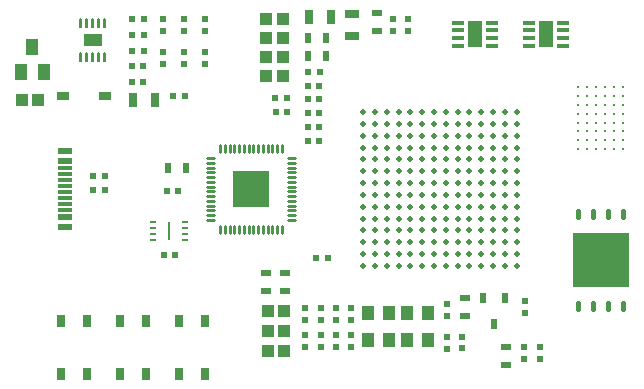
<source format=gbr>
G04 EAGLE Gerber RS-274X export*
G75*
%MOMM*%
%FSLAX34Y34*%
%LPD*%
%INSolderpaste Top*%
%IPPOS*%
%AMOC8*
5,1,8,0,0,1.08239X$1,22.5*%
G01*
%ADD10R,1.000000X1.400000*%
%ADD11R,0.600000X0.600000*%
%ADD12R,1.045600X0.739100*%
%ADD13R,1.501288X1.000859*%
%ADD14C,0.182000*%
%ADD15C,0.300000*%
%ADD16R,1.029100X0.999100*%
%ADD17R,0.750000X1.000000*%
%ADD18R,0.911800X0.610700*%
%ADD19R,0.558800X0.889000*%
%ADD20R,1.100000X1.300000*%
%ADD21C,0.217600*%
%ADD22R,3.100000X3.100000*%
%ADD23R,0.610700X0.911800*%
%ADD24C,0.500000*%
%ADD25R,0.500000X0.250000*%
%ADD26R,0.200000X1.600000*%
%ADD27R,0.700000X1.300000*%
%ADD28R,0.990000X0.405000*%
%ADD29R,1.185000X2.235000*%
%ADD30C,0.420000*%
%ADD31R,4.800000X4.650000*%
%ADD32R,1.300000X0.700000*%
%ADD33R,1.150000X0.600000*%
%ADD34R,1.150000X0.300000*%


D10*
X35000Y290635D03*
X44500Y268635D03*
X25500Y268635D03*
D11*
X119000Y273889D03*
X129000Y273889D03*
X119000Y261000D03*
X129000Y261000D03*
D12*
X60877Y249000D03*
X96123Y249000D03*
D13*
X86006Y295996D03*
D14*
X76390Y278360D02*
X75610Y278360D01*
X75610Y284940D01*
X76390Y284940D01*
X76390Y278360D01*
X76390Y280089D02*
X75610Y280089D01*
X75610Y281818D02*
X76390Y281818D01*
X76390Y283547D02*
X75610Y283547D01*
X80610Y278360D02*
X81390Y278360D01*
X80610Y278360D02*
X80610Y284940D01*
X81390Y284940D01*
X81390Y278360D01*
X81390Y280089D02*
X80610Y280089D01*
X80610Y281818D02*
X81390Y281818D01*
X81390Y283547D02*
X80610Y283547D01*
X85610Y278360D02*
X86390Y278360D01*
X85610Y278360D02*
X85610Y284940D01*
X86390Y284940D01*
X86390Y278360D01*
X86390Y280089D02*
X85610Y280089D01*
X85610Y281818D02*
X86390Y281818D01*
X86390Y283547D02*
X85610Y283547D01*
X90610Y278360D02*
X91390Y278360D01*
X90610Y278360D02*
X90610Y284940D01*
X91390Y284940D01*
X91390Y278360D01*
X91390Y280089D02*
X90610Y280089D01*
X90610Y281818D02*
X91390Y281818D01*
X91390Y283547D02*
X90610Y283547D01*
X95610Y278360D02*
X96390Y278360D01*
X95610Y278360D02*
X95610Y284940D01*
X96390Y284940D01*
X96390Y278360D01*
X96390Y280089D02*
X95610Y280089D01*
X95610Y281818D02*
X96390Y281818D01*
X96390Y283547D02*
X95610Y283547D01*
X95610Y307060D02*
X96390Y307060D01*
X95610Y307060D02*
X95610Y313640D01*
X96390Y313640D01*
X96390Y307060D01*
X96390Y308789D02*
X95610Y308789D01*
X95610Y310518D02*
X96390Y310518D01*
X96390Y312247D02*
X95610Y312247D01*
X91390Y307060D02*
X90610Y307060D01*
X90610Y313640D01*
X91390Y313640D01*
X91390Y307060D01*
X91390Y308789D02*
X90610Y308789D01*
X90610Y310518D02*
X91390Y310518D01*
X91390Y312247D02*
X90610Y312247D01*
X86390Y307060D02*
X85610Y307060D01*
X85610Y313640D01*
X86390Y313640D01*
X86390Y307060D01*
X86390Y308789D02*
X85610Y308789D01*
X85610Y310518D02*
X86390Y310518D01*
X86390Y312247D02*
X85610Y312247D01*
X81390Y307060D02*
X80610Y307060D01*
X80610Y313640D01*
X81390Y313640D01*
X81390Y307060D01*
X81390Y308789D02*
X80610Y308789D01*
X80610Y310518D02*
X81390Y310518D01*
X81390Y312247D02*
X80610Y312247D01*
X76390Y307060D02*
X75610Y307060D01*
X75610Y313640D01*
X76390Y313640D01*
X76390Y307060D01*
X76390Y308789D02*
X75610Y308789D01*
X75610Y310518D02*
X76390Y310518D01*
X76390Y312247D02*
X75610Y312247D01*
D11*
X119230Y314000D03*
X129230Y314000D03*
X129115Y300500D03*
X119115Y300500D03*
X119230Y287000D03*
X129230Y287000D03*
D15*
X534750Y203750D03*
X527250Y203750D03*
X519750Y203750D03*
X512250Y203750D03*
X504750Y203750D03*
X497250Y203750D03*
X534750Y211250D03*
X527250Y211250D03*
X519750Y211250D03*
X512250Y211250D03*
X504750Y211250D03*
X497250Y211250D03*
X534750Y218750D03*
X527250Y218750D03*
X519750Y218750D03*
X512250Y218750D03*
X504750Y218750D03*
X497250Y218750D03*
X534750Y226250D03*
X527250Y226250D03*
X519750Y226250D03*
X512250Y226250D03*
X504750Y226250D03*
X497250Y226250D03*
X534750Y233750D03*
X527250Y233750D03*
X519750Y233750D03*
X512250Y233750D03*
X504750Y233750D03*
X497250Y233750D03*
X534750Y241250D03*
X527250Y241250D03*
X519750Y241250D03*
X512250Y241250D03*
X504750Y241250D03*
X497250Y241250D03*
X534750Y248750D03*
X527250Y248750D03*
X519750Y248750D03*
X512250Y248750D03*
X504750Y248750D03*
X497250Y248750D03*
X534750Y256250D03*
X527250Y256250D03*
X519750Y256250D03*
X512250Y256250D03*
X504750Y256250D03*
X497250Y256250D03*
D16*
X248000Y33000D03*
X234000Y33000D03*
X247000Y282000D03*
X233000Y282000D03*
X247000Y314000D03*
X233000Y314000D03*
X247000Y266000D03*
X233000Y266000D03*
X26000Y245000D03*
X40000Y245000D03*
X248000Y67000D03*
X234000Y67000D03*
X248000Y50000D03*
X234000Y50000D03*
X247000Y298000D03*
X233000Y298000D03*
D17*
X130750Y58500D03*
X109250Y58500D03*
X130750Y13500D03*
X109250Y13500D03*
D18*
X436300Y21079D03*
X436300Y36091D03*
D11*
X464300Y26200D03*
X464300Y36200D03*
X450993Y26200D03*
X450993Y36200D03*
D19*
X434898Y77422D03*
X416102Y77422D03*
X425500Y55578D03*
D11*
X452000Y65000D03*
X452000Y75000D03*
D18*
X401000Y62494D03*
X401000Y77506D03*
D11*
X385920Y62885D03*
X385920Y72885D03*
X399000Y35000D03*
X399000Y45000D03*
X385643Y34885D03*
X385643Y44885D03*
D20*
X352000Y42300D03*
X370000Y42300D03*
X352000Y65300D03*
X370000Y65300D03*
X319000Y42300D03*
X337000Y42300D03*
X319000Y65300D03*
X337000Y65300D03*
D11*
X181200Y304000D03*
X181200Y314000D03*
X181200Y276000D03*
X181200Y286000D03*
X163200Y304000D03*
X163200Y314000D03*
X163200Y276000D03*
X163200Y286000D03*
X145200Y304000D03*
X145200Y314000D03*
X145200Y276000D03*
X145200Y286000D03*
D21*
X194000Y138785D02*
X194000Y132381D01*
X198000Y132381D02*
X198000Y138785D01*
X202000Y138785D02*
X202000Y132381D01*
X206000Y132381D02*
X206000Y138785D01*
X210000Y138785D02*
X210000Y132381D01*
X214000Y132381D02*
X214000Y138785D01*
X218000Y138785D02*
X218000Y132381D01*
X222000Y132381D02*
X222000Y138785D01*
X226000Y138785D02*
X226000Y132381D01*
X230000Y132381D02*
X230000Y138785D01*
X234000Y138785D02*
X234000Y132381D01*
X238000Y132381D02*
X238000Y138785D01*
X242000Y138785D02*
X242000Y132381D01*
X246000Y132381D02*
X246000Y138785D01*
X251215Y144000D02*
X257619Y144000D01*
X257619Y148000D02*
X251215Y148000D01*
X251215Y152000D02*
X257619Y152000D01*
X257619Y156000D02*
X251215Y156000D01*
X251215Y160000D02*
X257619Y160000D01*
X257619Y164000D02*
X251215Y164000D01*
X251215Y168000D02*
X257619Y168000D01*
X257619Y172000D02*
X251215Y172000D01*
X251215Y176000D02*
X257619Y176000D01*
X257619Y180000D02*
X251215Y180000D01*
X251215Y184000D02*
X257619Y184000D01*
X257619Y188000D02*
X251215Y188000D01*
X251215Y192000D02*
X257619Y192000D01*
X257619Y196000D02*
X251215Y196000D01*
X246000Y201215D02*
X246000Y207619D01*
X242000Y207619D02*
X242000Y201215D01*
X238000Y201215D02*
X238000Y207619D01*
X234000Y207619D02*
X234000Y201215D01*
X230000Y201215D02*
X230000Y207619D01*
X226000Y207619D02*
X226000Y201215D01*
X222000Y201215D02*
X222000Y207619D01*
X218000Y207619D02*
X218000Y201215D01*
X214000Y201215D02*
X214000Y207619D01*
X210000Y207619D02*
X210000Y201215D01*
X206000Y201215D02*
X206000Y207619D01*
X202000Y207619D02*
X202000Y201215D01*
X198000Y201215D02*
X198000Y207619D01*
X194000Y207619D02*
X194000Y201215D01*
X188785Y196000D02*
X182381Y196000D01*
X182381Y192000D02*
X188785Y192000D01*
X188785Y188000D02*
X182381Y188000D01*
X182381Y184000D02*
X188785Y184000D01*
X188785Y180000D02*
X182381Y180000D01*
X182381Y176000D02*
X188785Y176000D01*
X188785Y172000D02*
X182381Y172000D01*
X182381Y168000D02*
X188785Y168000D01*
X188785Y164000D02*
X182381Y164000D01*
X182381Y160000D02*
X188785Y160000D01*
X188785Y156000D02*
X182381Y156000D01*
X182381Y152000D02*
X188785Y152000D01*
X188785Y148000D02*
X182381Y148000D01*
X182381Y144000D02*
X188785Y144000D01*
D22*
X220000Y170000D03*
D11*
X158500Y168000D03*
X148500Y168000D03*
D23*
X165121Y187700D03*
X150109Y187700D03*
D18*
X248700Y83594D03*
X248700Y98606D03*
D11*
X96000Y169000D03*
X86000Y169000D03*
X96000Y181000D03*
X86000Y181000D03*
D24*
X445000Y235000D03*
X435000Y235000D03*
X425000Y235000D03*
X415000Y235000D03*
X405000Y235000D03*
X395000Y235000D03*
X385000Y235000D03*
X375000Y235000D03*
X365000Y235000D03*
X355000Y235000D03*
X345000Y235000D03*
X335000Y235000D03*
X325000Y235000D03*
X315000Y235000D03*
X445000Y225000D03*
X445000Y215000D03*
X445000Y205000D03*
X445000Y195000D03*
X445000Y185000D03*
X445000Y175000D03*
X445000Y165000D03*
X445000Y155000D03*
X445000Y145000D03*
X445000Y135000D03*
X445000Y125000D03*
X445000Y115000D03*
X445000Y105000D03*
X435000Y225000D03*
X425000Y225000D03*
X415000Y225000D03*
X405000Y225000D03*
X395000Y225000D03*
X385000Y225000D03*
X375000Y225000D03*
X365000Y225000D03*
X355000Y225000D03*
X345000Y225000D03*
X335000Y225000D03*
X325000Y225000D03*
X315000Y225000D03*
X435000Y215000D03*
X425000Y215000D03*
X415000Y215000D03*
X405000Y215000D03*
X395000Y215000D03*
X385000Y215000D03*
X375000Y215000D03*
X365000Y215000D03*
X355000Y215000D03*
X345000Y215000D03*
X335000Y215000D03*
X325000Y215000D03*
X315000Y215000D03*
X435000Y205000D03*
X425000Y205000D03*
X415000Y205000D03*
X405000Y205000D03*
X395000Y205000D03*
X385000Y205000D03*
X375000Y205000D03*
X365000Y205000D03*
X355000Y205000D03*
X345000Y205000D03*
X335000Y205000D03*
X325000Y205000D03*
X315000Y205000D03*
X435000Y195000D03*
X425000Y195000D03*
X415000Y195000D03*
X405000Y195000D03*
X395000Y195000D03*
X385000Y195000D03*
X375000Y195000D03*
X365000Y195000D03*
X355000Y195000D03*
X345000Y195000D03*
X335000Y195000D03*
X325000Y195000D03*
X315000Y195000D03*
X435000Y185000D03*
X425000Y185000D03*
X415000Y185000D03*
X405000Y185000D03*
X395000Y185000D03*
X385000Y185000D03*
X375000Y185000D03*
X365000Y185000D03*
X355000Y185000D03*
X345000Y185000D03*
X335000Y185000D03*
X325000Y185000D03*
X315000Y185000D03*
X435000Y175000D03*
X425000Y175000D03*
X415000Y175000D03*
X405000Y175000D03*
X395000Y175000D03*
X385000Y175000D03*
X375000Y175000D03*
X365000Y175000D03*
X355000Y175000D03*
X345000Y175000D03*
X335000Y175000D03*
X325000Y175000D03*
X315000Y175000D03*
X435000Y165000D03*
X425000Y165000D03*
X415000Y165000D03*
X405000Y165000D03*
X395000Y165000D03*
X385000Y165000D03*
X375000Y165000D03*
X365000Y165000D03*
X355000Y165000D03*
X345000Y165000D03*
X335000Y165000D03*
X325000Y165000D03*
X315000Y165000D03*
X435000Y155000D03*
X425000Y155000D03*
X415000Y155000D03*
X405000Y155000D03*
X395000Y155000D03*
X385000Y155000D03*
X375000Y155000D03*
X365000Y155000D03*
X355000Y155000D03*
X345000Y155000D03*
X335000Y155000D03*
X325000Y155000D03*
X315000Y155000D03*
X435000Y145000D03*
X425000Y145000D03*
X415000Y145000D03*
X405000Y145000D03*
X395000Y145000D03*
X385000Y145000D03*
X375000Y145000D03*
X365000Y145000D03*
X355000Y145000D03*
X345000Y145000D03*
X335000Y145000D03*
X325000Y145000D03*
X315000Y145000D03*
X435000Y135000D03*
X425000Y135000D03*
X415000Y135000D03*
X405000Y135000D03*
X395000Y135000D03*
X385000Y135000D03*
X375000Y135000D03*
X365000Y135000D03*
X355000Y135000D03*
X345000Y135000D03*
X335000Y135000D03*
X325000Y135000D03*
X315000Y135000D03*
X435000Y125000D03*
X425000Y125000D03*
X415000Y125000D03*
X405000Y125000D03*
X395000Y125000D03*
X385000Y125000D03*
X375000Y125000D03*
X365000Y125000D03*
X355000Y125000D03*
X345000Y125000D03*
X335000Y125000D03*
X325000Y125000D03*
X315000Y125000D03*
X435000Y115000D03*
X425000Y115000D03*
X415000Y115000D03*
X405000Y115000D03*
X395000Y115000D03*
X385000Y115000D03*
X375000Y115000D03*
X365000Y115000D03*
X355000Y115000D03*
X345000Y115000D03*
X335000Y115000D03*
X325000Y115000D03*
X315000Y115000D03*
X435000Y105000D03*
X425000Y105000D03*
X415000Y105000D03*
X405000Y105000D03*
X395000Y105000D03*
X385000Y105000D03*
X375000Y105000D03*
X365000Y105000D03*
X355000Y105000D03*
X345000Y105000D03*
X335000Y105000D03*
X325000Y105000D03*
X315000Y105000D03*
D25*
X164400Y132200D03*
X164400Y137200D03*
X164400Y127200D03*
X164400Y142200D03*
X137400Y132200D03*
X137400Y137200D03*
X137400Y127200D03*
X137400Y142200D03*
D26*
X150900Y134700D03*
D18*
X233000Y83494D03*
X233000Y98506D03*
D11*
X156000Y114000D03*
X146000Y114000D03*
D17*
X59250Y13500D03*
X80750Y13500D03*
X59250Y58500D03*
X80750Y58500D03*
D27*
X139115Y245000D03*
X120115Y245000D03*
D28*
X395650Y310900D03*
X395650Y304300D03*
X395650Y297700D03*
X395650Y291100D03*
X424350Y291100D03*
X424350Y297700D03*
X424350Y304300D03*
X424350Y310900D03*
D29*
X410000Y301000D03*
D28*
X455650Y310900D03*
X455650Y304300D03*
X455650Y297700D03*
X455650Y291100D03*
X484350Y291100D03*
X484350Y297700D03*
X484350Y304300D03*
X484350Y310900D03*
D29*
X470000Y301000D03*
D30*
X535050Y151546D02*
X535050Y146366D01*
X522350Y146366D02*
X522350Y151546D01*
X509650Y151546D02*
X509650Y146366D01*
X496950Y146366D02*
X496950Y151546D01*
X496950Y73634D02*
X496950Y68454D01*
X509650Y68454D02*
X509650Y73634D01*
X522350Y73634D02*
X522350Y68454D01*
X535050Y68454D02*
X535050Y73634D01*
D31*
X516000Y110000D03*
D11*
X305000Y46000D03*
X305000Y36000D03*
X305000Y69000D03*
X305000Y59000D03*
X292000Y46000D03*
X292000Y36000D03*
X292000Y69000D03*
X292000Y59000D03*
X279000Y46000D03*
X279000Y36000D03*
X279000Y69000D03*
X279000Y59000D03*
X266000Y46000D03*
X266000Y36000D03*
X266000Y69000D03*
X266000Y59000D03*
D27*
X288100Y315200D03*
X269100Y315200D03*
D23*
X283306Y282600D03*
X268294Y282600D03*
X283306Y297600D03*
X268294Y297600D03*
D11*
X278015Y245800D03*
X268015Y245800D03*
X278015Y234200D03*
X268015Y234200D03*
X278015Y222600D03*
X268015Y222600D03*
X277985Y257600D03*
X267985Y257600D03*
X278185Y269200D03*
X268185Y269200D03*
D32*
X305800Y318285D03*
X305800Y299285D03*
D18*
X326600Y318906D03*
X326600Y303894D03*
D11*
X340600Y314000D03*
X340600Y304000D03*
X353000Y314015D03*
X353000Y304015D03*
D33*
X62550Y202000D03*
X62550Y138000D03*
X62550Y194000D03*
X62550Y146000D03*
D34*
X62550Y167500D03*
X62550Y172500D03*
X62550Y162500D03*
X62550Y157500D03*
X62550Y152500D03*
X62550Y177500D03*
X62550Y182500D03*
X62550Y187500D03*
D17*
X159250Y13500D03*
X180750Y13500D03*
X159250Y58500D03*
X180750Y58500D03*
D11*
X274800Y111200D03*
X284800Y111200D03*
X278000Y210800D03*
X268000Y210800D03*
X240600Y247000D03*
X250600Y247000D03*
X250800Y235000D03*
X240800Y235000D03*
X164000Y249000D03*
X154000Y249000D03*
M02*

</source>
